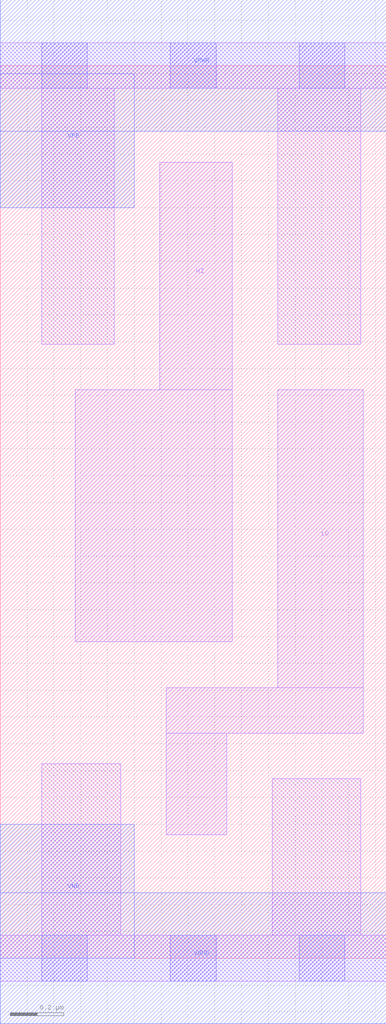
<source format=lef>
# Copyright 2020 The SkyWater PDK Authors
#
# Licensed under the Apache License, Version 2.0 (the "License");
# you may not use this file except in compliance with the License.
# You may obtain a copy of the License at
#
#     https://www.apache.org/licenses/LICENSE-2.0
#
# Unless required by applicable law or agreed to in writing, software
# distributed under the License is distributed on an "AS IS" BASIS,
# WITHOUT WARRANTIES OR CONDITIONS OF ANY KIND, either express or implied.
# See the License for the specific language governing permissions and
# limitations under the License.
#
# SPDX-License-Identifier: Apache-2.0

VERSION 5.5 ;
NAMESCASESENSITIVE ON ;
BUSBITCHARS "[]" ;
DIVIDERCHAR "/" ;
MACRO sky130_fd_sc_lp__conb_0
  CLASS CORE TIELOW ;
  CLASS CORE TIEHIGH ;
  SOURCE USER ;
  ORIGIN  0.000000  0.000000 ;
  SIZE  1.440000 BY  3.330000 ;
  SYMMETRY X Y R90 ;
  SITE unit ;
  PIN HI
    ANTENNADIFFAREA  0.179200 ;
    ANTENNAGATEAREA  0.159000 ;
    DIRECTION OUTPUT ;
    USE SIGNAL ;
    PORT
      LAYER li1 ;
        RECT 0.280000 1.180000 0.865000 2.120000 ;
        RECT 0.595000 2.120000 0.865000 2.970000 ;
    END
  END HI
  PIN LO
    ANTENNADIFFAREA  0.117600 ;
    ANTENNAGATEAREA  0.159000 ;
    DIRECTION OUTPUT ;
    USE SIGNAL ;
    PORT
      LAYER li1 ;
        RECT 0.620000 0.460000 0.845000 0.840000 ;
        RECT 0.620000 0.840000 1.355000 1.010000 ;
        RECT 1.035000 1.010000 1.355000 2.120000 ;
    END
  END LO
  PIN VGND
    DIRECTION INOUT ;
    USE GROUND ;
    PORT
      LAYER met1 ;
        RECT 0.000000 -0.245000 1.440000 0.245000 ;
    END
  END VGND
  PIN VNB
    DIRECTION INOUT ;
    USE GROUND ;
    PORT
      LAYER met1 ;
        RECT 0.000000 0.000000 0.500000 0.500000 ;
    END
  END VNB
  PIN VPB
    DIRECTION INOUT ;
    USE POWER ;
    PORT
      LAYER met1 ;
        RECT 0.000000 2.800000 0.500000 3.300000 ;
    END
  END VPB
  PIN VPWR
    DIRECTION INOUT ;
    USE POWER ;
    PORT
      LAYER met1 ;
        RECT 0.000000 3.085000 1.440000 3.575000 ;
    END
  END VPWR
  OBS
    LAYER li1 ;
      RECT 0.000000 -0.085000 1.440000 0.085000 ;
      RECT 0.000000  3.245000 1.440000 3.415000 ;
      RECT 0.155000  0.085000 0.450000 0.725000 ;
      RECT 0.155000  2.290000 0.425000 3.245000 ;
      RECT 1.015000  0.085000 1.345000 0.670000 ;
      RECT 1.035000  2.290000 1.345000 3.245000 ;
    LAYER mcon ;
      RECT 0.155000 -0.085000 0.325000 0.085000 ;
      RECT 0.155000  3.245000 0.325000 3.415000 ;
      RECT 0.635000 -0.085000 0.805000 0.085000 ;
      RECT 0.635000  3.245000 0.805000 3.415000 ;
      RECT 1.115000 -0.085000 1.285000 0.085000 ;
      RECT 1.115000  3.245000 1.285000 3.415000 ;
  END
END sky130_fd_sc_lp__conb_0
END LIBRARY

</source>
